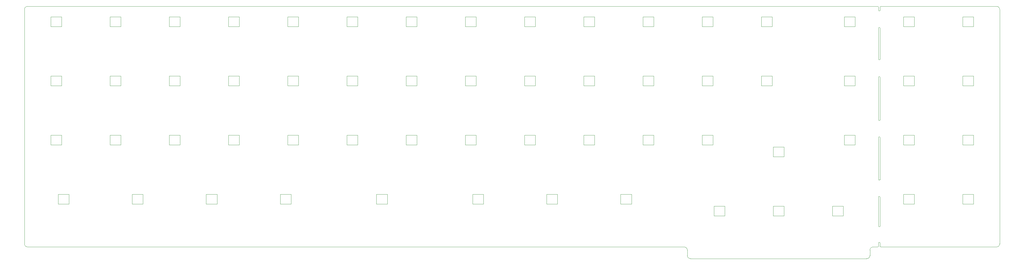
<source format=gbr>
G04 #@! TF.GenerationSoftware,KiCad,Pcbnew,8.0.4*
G04 #@! TF.CreationDate,2024-08-26T20:22:02+02:00*
G04 #@! TF.ProjectId,Mimic40,4d696d69-6334-4302-9e6b-696361645f70,rev?*
G04 #@! TF.SameCoordinates,Original*
G04 #@! TF.FileFunction,Profile,NP*
%FSLAX46Y46*%
G04 Gerber Fmt 4.6, Leading zero omitted, Abs format (unit mm)*
G04 Created by KiCad (PCBNEW 8.0.4) date 2024-08-26 20:22:02*
%MOMM*%
%LPD*%
G01*
G04 APERTURE LIST*
G04 #@! TA.AperFunction,Profile*
%ADD10C,0.050000*%
G04 #@! TD*
G04 APERTURE END LIST*
D10*
X279250000Y-159000000D02*
X279250000Y-157250000D01*
X341250000Y-156000000D02*
X341250000Y-155000000D01*
X341250000Y-79000000D02*
X341250000Y-80000000D01*
X341000000Y-149750000D02*
G75*
G02*
X340750000Y-149500000I0J250000D01*
G01*
X341250000Y-85800000D02*
X341250000Y-95750000D01*
X340750000Y-79000000D02*
X340750000Y-80000000D01*
X280250000Y-160000000D02*
G75*
G02*
X279250000Y-159000000I0J1000000D01*
G01*
X340750000Y-156000000D02*
X340750000Y-155000000D01*
X341000000Y-96000000D02*
G75*
G02*
X340750000Y-95750000I0J250000D01*
G01*
X338000000Y-159000000D02*
G75*
G02*
X337000000Y-160000000I-1000000J0D01*
G01*
X341500000Y-156250000D02*
X378750000Y-156250000D01*
X339000000Y-156250000D02*
X340500000Y-156250000D01*
X341000000Y-85550000D02*
G75*
G02*
X341250000Y-85800000I0J-250000D01*
G01*
X341250000Y-140200000D02*
X341250000Y-149500000D01*
X66000000Y-79750000D02*
G75*
G02*
X67000000Y-78750000I1000000J0D01*
G01*
X338000000Y-157250000D02*
G75*
G02*
X339000000Y-156250000I1000000J0D01*
G01*
X340750000Y-101600000D02*
G75*
G02*
X341000000Y-101350000I250000J0D01*
G01*
X341250000Y-121000000D02*
X341250000Y-134500000D01*
X341000000Y-120750000D02*
G75*
G02*
X341250000Y-121000000I0J-250000D01*
G01*
X340750000Y-115300000D02*
X340750000Y-101600000D01*
X341250000Y-95750000D02*
G75*
G02*
X341000000Y-96000000I-250000J0D01*
G01*
X341000000Y-101350000D02*
G75*
G02*
X341250000Y-101600000I0J-250000D01*
G01*
X341250000Y-79000000D02*
G75*
G02*
X341500000Y-78750000I250000J0D01*
G01*
X340750000Y-155000000D02*
G75*
G02*
X341000000Y-154750000I250000J0D01*
G01*
X340500000Y-78750000D02*
G75*
G02*
X340750000Y-79000000I0J-250000D01*
G01*
X340750000Y-156000000D02*
G75*
G02*
X340500000Y-156250000I-250000J0D01*
G01*
X338000000Y-157250000D02*
X338000000Y-159000000D01*
X340750000Y-95750000D02*
X340750000Y-85800000D01*
X340750000Y-85800000D02*
G75*
G02*
X341000000Y-85550000I250000J0D01*
G01*
X278250000Y-156250000D02*
X67000000Y-156250000D01*
X341000000Y-134750000D02*
G75*
G02*
X340750000Y-134500000I0J250000D01*
G01*
X66000000Y-79750000D02*
X66000000Y-155250000D01*
X379750000Y-155250000D02*
G75*
G02*
X378750000Y-156250000I-1000000J0D01*
G01*
X278250000Y-156250000D02*
G75*
G02*
X279250000Y-157250000I0J-1000000D01*
G01*
X340500000Y-78750000D02*
X67000000Y-78750000D01*
X340750000Y-140200000D02*
G75*
G02*
X341000000Y-139950000I250000J0D01*
G01*
X341250000Y-134500000D02*
G75*
G02*
X341000000Y-134750000I-250000J0D01*
G01*
X340750000Y-134500000D02*
X340750000Y-121000000D01*
X341000000Y-154750000D02*
G75*
G02*
X341250000Y-155000000I0J-250000D01*
G01*
X337000000Y-160000000D02*
X280250000Y-160000000D01*
X378750000Y-78750000D02*
G75*
G02*
X379750000Y-79750000I0J-1000000D01*
G01*
X341000000Y-80250000D02*
G75*
G02*
X340750000Y-80000000I0J250000D01*
G01*
X67000000Y-156250000D02*
G75*
G02*
X66000000Y-155250000I0J1000000D01*
G01*
X341250000Y-101600000D02*
X341250000Y-115300000D01*
X340750000Y-121000000D02*
G75*
G02*
X341000000Y-120750000I250000J0D01*
G01*
X341500000Y-156250000D02*
G75*
G02*
X341250000Y-156000000I0J250000D01*
G01*
X340750000Y-149500000D02*
X340750000Y-140200000D01*
X341000000Y-115550000D02*
G75*
G02*
X340750000Y-115300000I0J250000D01*
G01*
X379750000Y-155250000D02*
X379750000Y-79750000D01*
X341250000Y-149500000D02*
G75*
G02*
X341000000Y-149750000I-250000J0D01*
G01*
X341000000Y-139950000D02*
G75*
G02*
X341250000Y-140200000I0J-250000D01*
G01*
X341500000Y-78750000D02*
X378750000Y-78750000D01*
X341250000Y-115300000D02*
G75*
G02*
X341000000Y-115550000I-250000J0D01*
G01*
X341250000Y-80000000D02*
G75*
G02*
X341000000Y-80250000I-250000J0D01*
G01*
X306860000Y-146210000D02*
X310360000Y-146210000D01*
X310360000Y-143110000D01*
X306860000Y-143110000D01*
X306860000Y-146210000D01*
X352270000Y-120250000D02*
X348770000Y-120250000D01*
X348770000Y-123350000D01*
X352270000Y-123350000D01*
X352270000Y-120250000D01*
X192250000Y-82150000D02*
X188750000Y-82150000D01*
X188750000Y-85250000D01*
X192250000Y-85250000D01*
X192250000Y-82150000D01*
X249400000Y-82150000D02*
X245900000Y-82150000D01*
X245900000Y-85250000D01*
X249400000Y-85250000D01*
X249400000Y-82150000D01*
X97000000Y-120250000D02*
X93500000Y-120250000D01*
X93500000Y-123350000D01*
X97000000Y-123350000D01*
X97000000Y-120250000D01*
X76831250Y-142400000D02*
X80331250Y-142400000D01*
X80331250Y-139300000D01*
X76831250Y-139300000D01*
X76831250Y-142400000D01*
X93500000Y-104300000D02*
X97000000Y-104300000D01*
X97000000Y-101200000D01*
X93500000Y-101200000D01*
X93500000Y-104300000D01*
X310360000Y-124060000D02*
X306860000Y-124060000D01*
X306860000Y-127160000D01*
X310360000Y-127160000D01*
X310360000Y-124060000D01*
X135100000Y-120250000D02*
X131600000Y-120250000D01*
X131600000Y-123350000D01*
X135100000Y-123350000D01*
X135100000Y-120250000D01*
X249400000Y-120250000D02*
X245900000Y-120250000D01*
X245900000Y-123350000D01*
X249400000Y-123350000D01*
X249400000Y-120250000D01*
X116050000Y-120250000D02*
X112550000Y-120250000D01*
X112550000Y-123350000D01*
X116050000Y-123350000D01*
X116050000Y-120250000D01*
X333220000Y-82150000D02*
X329720000Y-82150000D01*
X329720000Y-85250000D01*
X333220000Y-85250000D01*
X333220000Y-82150000D01*
X77950000Y-82149999D02*
X74450000Y-82149999D01*
X74450000Y-85249999D01*
X77950000Y-85249999D01*
X77950000Y-82149999D01*
X207800000Y-104300000D02*
X211300000Y-104300000D01*
X211300000Y-101200000D01*
X207800000Y-101200000D01*
X207800000Y-104300000D01*
X329720000Y-104300000D02*
X333220000Y-104300000D01*
X333220000Y-101200000D01*
X329720000Y-101200000D01*
X329720000Y-104300000D01*
X211300000Y-82150000D02*
X207800000Y-82150000D01*
X207800000Y-85250000D01*
X211300000Y-85250000D01*
X211300000Y-82150000D01*
X230350000Y-120250000D02*
X226850000Y-120250000D01*
X226850000Y-123350000D01*
X230350000Y-123350000D01*
X230350000Y-120250000D01*
X287500000Y-120250000D02*
X284000000Y-120250000D01*
X284000000Y-123350000D01*
X287500000Y-123350000D01*
X287500000Y-120250000D01*
X348770000Y-104300000D02*
X352270000Y-104300000D01*
X352270000Y-101200000D01*
X348770000Y-101200000D01*
X348770000Y-104300000D01*
X333220000Y-120250000D02*
X329720000Y-120250000D01*
X329720000Y-123350000D01*
X333220000Y-123350000D01*
X333220000Y-120250000D01*
X154150000Y-120250000D02*
X150650000Y-120250000D01*
X150650000Y-123350000D01*
X154150000Y-123350000D01*
X154150000Y-120250000D01*
X211300000Y-120250000D02*
X207800000Y-120250000D01*
X207800000Y-123350000D01*
X211300000Y-123350000D01*
X211300000Y-120250000D01*
X135100000Y-82150000D02*
X131600000Y-82150000D01*
X131600000Y-85250000D01*
X135100000Y-85250000D01*
X135100000Y-82150000D01*
X264950000Y-104300000D02*
X268450000Y-104300000D01*
X268450000Y-101200000D01*
X264950000Y-101200000D01*
X264950000Y-104300000D01*
X131600000Y-104300000D02*
X135100000Y-104300000D01*
X135100000Y-101200000D01*
X131600000Y-101200000D01*
X131600000Y-104300000D01*
X97000000Y-82150000D02*
X93500000Y-82150000D01*
X93500000Y-85250000D01*
X97000000Y-85250000D01*
X97000000Y-82150000D01*
X169700000Y-104300000D02*
X173200000Y-104300000D01*
X173200000Y-101200000D01*
X169700000Y-101200000D01*
X169700000Y-104300000D01*
X352270000Y-82150000D02*
X348770000Y-82150000D01*
X348770000Y-85250000D01*
X352270000Y-85250000D01*
X352270000Y-82150000D01*
X112550000Y-104300000D02*
X116050000Y-104300000D01*
X116050000Y-101200000D01*
X112550000Y-101200000D01*
X112550000Y-104300000D01*
X268450000Y-82150000D02*
X264950000Y-82150000D01*
X264950000Y-85250000D01*
X268450000Y-85250000D01*
X268450000Y-82150000D01*
X348770000Y-142400000D02*
X352270000Y-142400000D01*
X352270000Y-139300000D01*
X348770000Y-139300000D01*
X348770000Y-142400000D01*
X210181250Y-142400000D02*
X213681250Y-142400000D01*
X213681250Y-139300000D01*
X210181250Y-139300000D01*
X210181250Y-142400000D01*
X230350000Y-82150000D02*
X226850000Y-82150000D01*
X226850000Y-85250000D01*
X230350000Y-85250000D01*
X230350000Y-82150000D01*
X173200000Y-120250000D02*
X169700000Y-120250000D01*
X169700000Y-123350000D01*
X173200000Y-123350000D01*
X173200000Y-120250000D01*
X367820000Y-142400000D02*
X371320000Y-142400000D01*
X371320000Y-139300000D01*
X367820000Y-139300000D01*
X367820000Y-142400000D01*
X287810000Y-146210000D02*
X291310000Y-146210000D01*
X291310000Y-143110000D01*
X287810000Y-143110000D01*
X287810000Y-146210000D01*
X245900000Y-104300000D02*
X249400000Y-104300000D01*
X249400000Y-101200000D01*
X245900000Y-101200000D01*
X245900000Y-104300000D01*
X154150000Y-82150000D02*
X150650000Y-82150000D01*
X150650000Y-85250000D01*
X154150000Y-85250000D01*
X154150000Y-82150000D01*
X74450000Y-104300000D02*
X77950000Y-104300000D01*
X77950000Y-101200000D01*
X74450000Y-101200000D01*
X74450000Y-104300000D01*
X148268750Y-142400000D02*
X151768750Y-142400000D01*
X151768750Y-139300000D01*
X148268750Y-139300000D01*
X148268750Y-142400000D01*
X306550000Y-82150000D02*
X303050000Y-82150000D01*
X303050000Y-85250000D01*
X306550000Y-85250000D01*
X306550000Y-82150000D01*
X192250000Y-120250000D02*
X188750000Y-120250000D01*
X188750000Y-123350000D01*
X192250000Y-123350000D01*
X192250000Y-120250000D01*
X179225000Y-142400000D02*
X182725000Y-142400000D01*
X182725000Y-139300000D01*
X179225000Y-139300000D01*
X179225000Y-142400000D01*
X367820000Y-104300000D02*
X371320000Y-104300000D01*
X371320000Y-101200000D01*
X367820000Y-101200000D01*
X367820000Y-104300000D01*
X284000000Y-104300000D02*
X287500000Y-104300000D01*
X287500000Y-101200000D01*
X284000000Y-101200000D01*
X284000000Y-104300000D01*
X371320000Y-120250000D02*
X367820000Y-120250000D01*
X367820000Y-123350000D01*
X371320000Y-123350000D01*
X371320000Y-120250000D01*
X77950000Y-120250000D02*
X74450000Y-120250000D01*
X74450000Y-123350000D01*
X77950000Y-123350000D01*
X77950000Y-120250000D01*
X124456250Y-142400000D02*
X127956250Y-142400000D01*
X127956250Y-139300000D01*
X124456250Y-139300000D01*
X124456250Y-142400000D01*
X233993750Y-142400000D02*
X237493750Y-142400000D01*
X237493750Y-139300000D01*
X233993750Y-139300000D01*
X233993750Y-142400000D01*
X100643750Y-142400000D02*
X104143750Y-142400000D01*
X104143750Y-139300000D01*
X100643750Y-139300000D01*
X100643750Y-142400000D01*
X257806250Y-142400000D02*
X261306250Y-142400000D01*
X261306250Y-139300000D01*
X257806250Y-139300000D01*
X257806250Y-142400000D01*
X150650000Y-104300000D02*
X154150000Y-104300000D01*
X154150000Y-101200000D01*
X150650000Y-101200000D01*
X150650000Y-104300000D01*
X371320000Y-82150000D02*
X367820000Y-82150000D01*
X367820000Y-85250000D01*
X371320000Y-85250000D01*
X371320000Y-82150000D01*
X287500000Y-82150000D02*
X284000000Y-82150000D01*
X284000000Y-85250000D01*
X287500000Y-85250000D01*
X287500000Y-82150000D01*
X303050000Y-104300000D02*
X306550000Y-104300000D01*
X306550000Y-101200000D01*
X303050000Y-101200000D01*
X303050000Y-104300000D01*
X268450000Y-120250000D02*
X264950000Y-120250000D01*
X264950000Y-123350000D01*
X268450000Y-123350000D01*
X268450000Y-120250000D01*
X226850000Y-104300000D02*
X230350000Y-104300000D01*
X230350000Y-101200000D01*
X226850000Y-101200000D01*
X226850000Y-104300000D01*
X116050000Y-82150000D02*
X112550000Y-82150000D01*
X112550000Y-85250000D01*
X116050000Y-85250000D01*
X116050000Y-82150000D01*
X325910000Y-146210000D02*
X329410000Y-146210000D01*
X329410000Y-143110000D01*
X325910000Y-143110000D01*
X325910000Y-146210000D01*
X188750000Y-104300000D02*
X192250000Y-104300000D01*
X192250000Y-101200000D01*
X188750000Y-101200000D01*
X188750000Y-104300000D01*
X173200000Y-82150000D02*
X169700000Y-82150000D01*
X169700000Y-85250000D01*
X173200000Y-85250000D01*
X173200000Y-82150000D01*
M02*

</source>
